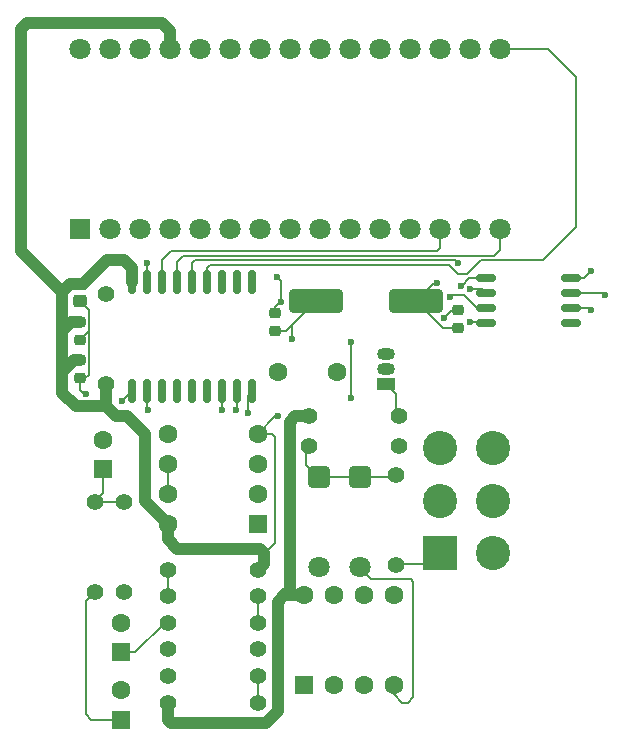
<source format=gbr>
%TF.GenerationSoftware,KiCad,Pcbnew,9.0.4*%
%TF.CreationDate,2025-11-23T23:56:54-07:00*%
%TF.ProjectId,New Tachometer,4e657720-5461-4636-986f-6d657465722e,rev?*%
%TF.SameCoordinates,Original*%
%TF.FileFunction,Copper,L1,Top*%
%TF.FilePolarity,Positive*%
%FSLAX46Y46*%
G04 Gerber Fmt 4.6, Leading zero omitted, Abs format (unit mm)*
G04 Created by KiCad (PCBNEW 9.0.4) date 2025-11-23 23:56:54*
%MOMM*%
%LPD*%
G01*
G04 APERTURE LIST*
G04 Aperture macros list*
%AMRoundRect*
0 Rectangle with rounded corners*
0 $1 Rounding radius*
0 $2 $3 $4 $5 $6 $7 $8 $9 X,Y pos of 4 corners*
0 Add a 4 corners polygon primitive as box body*
4,1,4,$2,$3,$4,$5,$6,$7,$8,$9,$2,$3,0*
0 Add four circle primitives for the rounded corners*
1,1,$1+$1,$2,$3*
1,1,$1+$1,$4,$5*
1,1,$1+$1,$6,$7*
1,1,$1+$1,$8,$9*
0 Add four rect primitives between the rounded corners*
20,1,$1+$1,$2,$3,$4,$5,0*
20,1,$1+$1,$4,$5,$6,$7,0*
20,1,$1+$1,$6,$7,$8,$9,0*
20,1,$1+$1,$8,$9,$2,$3,0*%
G04 Aperture macros list end*
%TA.AperFunction,ComponentPad*%
%ADD10C,1.400000*%
%TD*%
%TA.AperFunction,SMDPad,CuDef*%
%ADD11RoundRect,0.250000X-2.000000X-0.750000X2.000000X-0.750000X2.000000X0.750000X-2.000000X0.750000X0*%
%TD*%
%TA.AperFunction,SMDPad,CuDef*%
%ADD12RoundRect,0.150000X0.150000X-0.875000X0.150000X0.875000X-0.150000X0.875000X-0.150000X-0.875000X0*%
%TD*%
%TA.AperFunction,ComponentPad*%
%ADD13R,1.800000X1.800000*%
%TD*%
%TA.AperFunction,ComponentPad*%
%ADD14C,1.800000*%
%TD*%
%TA.AperFunction,ComponentPad*%
%ADD15RoundRect,0.250000X0.550000X-0.550000X0.550000X0.550000X-0.550000X0.550000X-0.550000X-0.550000X0*%
%TD*%
%TA.AperFunction,ComponentPad*%
%ADD16C,1.600000*%
%TD*%
%TA.AperFunction,ComponentPad*%
%ADD17RoundRect,0.250000X0.550000X0.550000X-0.550000X0.550000X-0.550000X-0.550000X0.550000X-0.550000X0*%
%TD*%
%TA.AperFunction,ComponentPad*%
%ADD18RoundRect,0.250000X-0.650000X0.650000X-0.650000X-0.650000X0.650000X-0.650000X0.650000X0.650000X0*%
%TD*%
%TA.AperFunction,SMDPad,CuDef*%
%ADD19RoundRect,0.225000X0.250000X-0.225000X0.250000X0.225000X-0.250000X0.225000X-0.250000X-0.225000X0*%
%TD*%
%TA.AperFunction,SMDPad,CuDef*%
%ADD20RoundRect,0.162500X-0.650000X-0.162500X0.650000X-0.162500X0.650000X0.162500X-0.650000X0.162500X0*%
%TD*%
%TA.AperFunction,ComponentPad*%
%ADD21R,2.895000X2.895000*%
%TD*%
%TA.AperFunction,ComponentPad*%
%ADD22C,2.895000*%
%TD*%
%TA.AperFunction,SMDPad,CuDef*%
%ADD23RoundRect,0.250000X-0.315000X0.295000X-0.315000X-0.295000X0.315000X-0.295000X0.315000X0.295000X0*%
%TD*%
%TA.AperFunction,ComponentPad*%
%ADD24R,1.500000X1.050000*%
%TD*%
%TA.AperFunction,ComponentPad*%
%ADD25O,1.500000X1.050000*%
%TD*%
%TA.AperFunction,ViaPad*%
%ADD26C,0.600000*%
%TD*%
%TA.AperFunction,Conductor*%
%ADD27C,0.200000*%
%TD*%
%TA.AperFunction,Conductor*%
%ADD28C,1.000000*%
%TD*%
G04 APERTURE END LIST*
D10*
%TO.P,R10,1*%
%TO.N,555 input*%
X113810000Y-124750000D03*
%TO.P,R10,2*%
%TO.N,GND*%
X106190000Y-124750000D03*
%TD*%
D11*
%TO.P,X1,1,1*%
%TO.N,Net-(U3-OSC1)*%
X118750000Y-95250000D03*
%TO.P,X1,2,2*%
%TO.N,Net-(U3-OSC2)*%
X127250000Y-95250000D03*
%TD*%
D10*
%TO.P,R2,1*%
%TO.N,Net-(D1-K)*%
X118130000Y-107500000D03*
%TO.P,R2,2*%
%TO.N,Net-(Q1-B)*%
X125750000Y-107500000D03*
%TD*%
%TO.P,R7,1*%
%TO.N,Net-(U1-DIS)*%
X106190000Y-122500000D03*
%TO.P,R7,2*%
%TO.N,Net-(R4-Pad1)*%
X113810000Y-122500000D03*
%TD*%
D12*
%TO.P,U3,1,TXCAN*%
%TO.N,Net-(U3-TXCAN)*%
X103170000Y-102900000D03*
%TO.P,U3,2,RXCAN*%
%TO.N,Net-(U3-RXCAN)*%
X104440000Y-102900000D03*
%TO.P,U3,3,CLKOUT/SOF*%
%TO.N,unconnected-(U3-CLKOUT{slash}SOF-Pad3)*%
X105710000Y-102900000D03*
%TO.P,U3,4,~{TX0RTS}*%
%TO.N,unconnected-(U3-~{TX0RTS}-Pad4)*%
X106980000Y-102900000D03*
%TO.P,U3,5,~{TX1RTS}*%
%TO.N,unconnected-(U3-~{TX1RTS}-Pad5)*%
X108250000Y-102900000D03*
%TO.P,U3,6,~{TX2RTS}*%
%TO.N,unconnected-(U3-~{TX2RTS}-Pad6)*%
X109520000Y-102900000D03*
%TO.P,U3,7,OSC2*%
%TO.N,Net-(U3-OSC2)*%
X110790000Y-102900000D03*
%TO.P,U3,8,OSC1*%
%TO.N,Net-(U3-OSC1)*%
X112060000Y-102900000D03*
%TO.P,U3,9,VSS*%
%TO.N,GND*%
X113330000Y-102900000D03*
%TO.P,U3,10,~{RX1BF}*%
%TO.N,unconnected-(U3-~{RX1BF}-Pad10)*%
X113330000Y-93600000D03*
%TO.P,U3,11,~{RX0BF}*%
%TO.N,unconnected-(U3-~{RX0BF}-Pad11)*%
X112060000Y-93600000D03*
%TO.P,U3,12,~{INT}*%
%TO.N,unconnected-(U3-~{INT}-Pad12)*%
X110790000Y-93600000D03*
%TO.P,U3,13,SCK*%
%TO.N,SCK*%
X109520000Y-93600000D03*
%TO.P,U3,14,SI*%
%TO.N,SI*%
X108250000Y-93600000D03*
%TO.P,U3,15,SO*%
%TO.N,SO*%
X106980000Y-93600000D03*
%TO.P,U3,16,~{CS}*%
%TO.N,CS*%
X105710000Y-93600000D03*
%TO.P,U3,17,~{RESET}*%
%TO.N,Net-(U3-~{RESET})*%
X104440000Y-93600000D03*
%TO.P,U3,18,VDD*%
%TO.N,+5V*%
X103170000Y-93600000D03*
%TD*%
D10*
%TO.P,R9,1*%
%TO.N,+5v*%
X106190000Y-129250000D03*
%TO.P,R9,2*%
%TO.N,Net-(U2-+)*%
X113810000Y-129250000D03*
%TD*%
D13*
%TO.P,UNIT_1,1,D1/TX*%
%TO.N,unconnected-(UNIT_1-D1{slash}TX-Pad1)*%
X98767500Y-89120000D03*
D14*
%TO.P,UNIT_1,2,D0/RX*%
%TO.N,unconnected-(UNIT_1-D0{slash}RX-Pad2)*%
X101307500Y-89120000D03*
%TO.P,UNIT_1,3,RESET*%
%TO.N,unconnected-(UNIT_1-RESET-Pad3)*%
X103847500Y-89120000D03*
%TO.P,UNIT_1,4,COM/GND*%
%TO.N,GND*%
X106387500Y-89120000D03*
%TO.P,UNIT_1,5,D2*%
%TO.N,unconnected-(UNIT_1-D2-Pad5)*%
X108927500Y-89120000D03*
%TO.P,UNIT_1,6,D3*%
%TO.N,unconnected-(UNIT_1-D3-Pad6)*%
X111467500Y-89120000D03*
%TO.P,UNIT_1,7,D4*%
%TO.N,unconnected-(UNIT_1-D4-Pad7)*%
X114007500Y-89120000D03*
%TO.P,UNIT_1,8,D5*%
%TO.N,unconnected-(UNIT_1-D5-Pad8)*%
X116547500Y-89120000D03*
%TO.P,UNIT_1,9,D6*%
%TO.N,unconnected-(UNIT_1-D6-Pad9)*%
X119087500Y-89120000D03*
%TO.P,UNIT_1,10,D7*%
%TO.N,unconnected-(UNIT_1-D7-Pad10)*%
X121627500Y-89120000D03*
%TO.P,UNIT_1,11,D8*%
%TO.N,unconnected-(UNIT_1-D8-Pad11)*%
X124167500Y-89120000D03*
%TO.P,UNIT_1,12,D9*%
%TO.N,INT*%
X126707500Y-89120000D03*
%TO.P,UNIT_1,13,D10*%
%TO.N,CS*%
X129247500Y-89120000D03*
%TO.P,UNIT_1,14,D11/MOSI*%
%TO.N,SI*%
X131787500Y-89120000D03*
%TO.P,UNIT_1,15,D12/MISO*%
%TO.N,SO*%
X134327500Y-89120000D03*
%TO.P,UNIT_1,16,D13/SCK*%
%TO.N,SCK*%
X134327500Y-73880000D03*
%TO.P,UNIT_1,17,3V3*%
%TO.N,+3V*%
X131787500Y-73880000D03*
%TO.P,UNIT_1,18,AREF*%
%TO.N,unconnected-(UNIT_1-AREF-Pad18)*%
X129247500Y-73880000D03*
%TO.P,UNIT_1,19,A0*%
%TO.N,arduino input*%
X126707500Y-73880000D03*
%TO.P,UNIT_1,20,A1*%
%TO.N,unconnected-(UNIT_1-A1-Pad20)*%
X124167500Y-73880000D03*
%TO.P,UNIT_1,21,A2*%
%TO.N,unconnected-(UNIT_1-A2-Pad21)*%
X121627500Y-73880000D03*
%TO.P,UNIT_1,22,A3*%
%TO.N,unconnected-(UNIT_1-A3-Pad22)*%
X119087500Y-73880000D03*
%TO.P,UNIT_1,23,A4*%
%TO.N,SDA*%
X116547500Y-73880000D03*
%TO.P,UNIT_1,24,A5*%
%TO.N,SCL*%
X114007500Y-73880000D03*
%TO.P,UNIT_1,25,A6*%
%TO.N,unconnected-(UNIT_1-A6-Pad25)*%
X111467500Y-73880000D03*
%TO.P,UNIT_1,26,A7*%
%TO.N,unconnected-(UNIT_1-A7-Pad26)*%
X108927500Y-73880000D03*
%TO.P,UNIT_1,27,+5V*%
%TO.N,+5V*%
X106387500Y-73880000D03*
%TO.P,UNIT_1,28,RESET*%
%TO.N,unconnected-(UNIT_1-RESET-Pad28)*%
X103847500Y-73880000D03*
%TO.P,UNIT_1,29,COM/GND*%
%TO.N,GND*%
X101307500Y-73880000D03*
%TO.P,UNIT_1,30,VIN*%
%TO.N,unconnected-(UNIT_1-VIN-Pad30)*%
X98767500Y-73880000D03*
%TD*%
D15*
%TO.P,C3,1*%
%TO.N,Net-(U1-DIS)*%
X102250000Y-125000000D03*
D16*
%TO.P,C3,2*%
%TO.N,GND*%
X102250000Y-122500000D03*
%TD*%
D17*
%TO.P,U1,1,GND*%
%TO.N,GND*%
X113805000Y-114120000D03*
D16*
%TO.P,U1,2,TR*%
%TO.N,555 input*%
X113805000Y-111580000D03*
%TO.P,U1,3,Q*%
%TO.N,555 output*%
X113805000Y-109040000D03*
%TO.P,U1,4,R*%
%TO.N,+5V*%
X113805000Y-106500000D03*
%TO.P,U1,5,CV*%
%TO.N,Net-(U1-CV)*%
X106185000Y-106500000D03*
%TO.P,U1,6,THR*%
%TO.N,Net-(U1-DIS)*%
X106185000Y-109040000D03*
%TO.P,U1,7,DIS*%
X106185000Y-111580000D03*
%TO.P,U1,8,VCC*%
%TO.N,+5V*%
X106185000Y-114120000D03*
%TD*%
D18*
%TO.P,D1,1,K*%
%TO.N,Net-(D1-K)*%
X119000000Y-110190000D03*
D14*
%TO.P,D1,2,A*%
%TO.N,GND*%
X119000000Y-117810000D03*
%TD*%
D10*
%TO.P,R11,1*%
%TO.N,Net-(C1-Pad1)*%
X100000000Y-112294887D03*
%TO.P,R11,2*%
%TO.N,arduino input*%
X100000000Y-119914887D03*
%TD*%
%TO.P,R8,1*%
%TO.N,GND*%
X106190000Y-127000000D03*
%TO.P,R8,2*%
%TO.N,Net-(U2-+)*%
X113810000Y-127000000D03*
%TD*%
D19*
%TO.P,C15,1,1*%
%TO.N,GND*%
X98750000Y-101800000D03*
%TO.P,C15,2,2*%
%TO.N,+5V*%
X98750000Y-100250000D03*
%TD*%
D18*
%TO.P,D2,1,K*%
%TO.N,Net-(D1-K)*%
X122500000Y-110190000D03*
D14*
%TO.P,D2,2,A*%
%TO.N,GND*%
X122500000Y-117810000D03*
%TD*%
D10*
%TO.P,R3,1*%
%TO.N,+5v*%
X118130000Y-105000000D03*
%TO.P,R3,2*%
%TO.N,Comparator input*%
X125750000Y-105000000D03*
%TD*%
D19*
%TO.P,C13,1,1*%
%TO.N,Net-(U3-OSC2)*%
X130750000Y-97525000D03*
%TO.P,C13,2,2*%
%TO.N,GND*%
X130750000Y-95975000D03*
%TD*%
D20*
%TO.P,U4,1,TXD*%
%TO.N,Net-(U3-TXCAN)*%
X133162500Y-93345000D03*
%TO.P,U4,2,GND*%
%TO.N,GND*%
X133162500Y-94615000D03*
%TO.P,U4,3,VCC*%
%TO.N,+5V*%
X133162500Y-95885000D03*
%TO.P,U4,4,RXD*%
%TO.N,Net-(U3-RXCAN)*%
X133162500Y-97155000D03*
%TO.P,U4,5,SPLIT*%
%TO.N,unconnected-(U4-SPLIT-Pad5)*%
X140337500Y-97155000D03*
%TO.P,U4,6,CANL*%
%TO.N,Low*%
X140337500Y-95885000D03*
%TO.P,U4,7,CANH*%
%TO.N,High*%
X140337500Y-94615000D03*
%TO.P,U4,8,STB*%
%TO.N,GND*%
X140337500Y-93345000D03*
%TD*%
D15*
%TO.P,U2,1,GND*%
%TO.N,GND*%
X117690000Y-127805000D03*
D16*
%TO.P,U2,2,+*%
%TO.N,Net-(U2-+)*%
X120230000Y-127805000D03*
%TO.P,U2,3,-*%
%TO.N,Comparator input*%
X122770000Y-127805000D03*
%TO.P,U2,4,V-*%
%TO.N,GND*%
X125310000Y-127805000D03*
%TO.P,U2,5,BAL*%
%TO.N,unconnected-(U2-BAL-Pad5)*%
X125310000Y-120185000D03*
%TO.P,U2,6,STRB*%
%TO.N,unconnected-(U2-STRB-Pad6)*%
X122770000Y-120185000D03*
%TO.P,U2,7*%
%TO.N,555 input*%
X120230000Y-120185000D03*
%TO.P,U2,8,V+*%
%TO.N,+5v*%
X117690000Y-120185000D03*
%TD*%
D21*
%TO.P,J1,1,1*%
%TO.N,Possitive*%
X129270000Y-116615000D03*
D22*
%TO.P,J1,2,2*%
%TO.N,GND*%
X129270000Y-112165000D03*
%TO.P,J1,3,3*%
%TO.N,Low*%
X129270000Y-107725000D03*
%TO.P,J1,4,4*%
%TO.N,High*%
X133720000Y-107725000D03*
%TO.P,J1,5,5*%
%TO.N,Low*%
X133720000Y-112165000D03*
%TO.P,J1,6,6*%
%TO.N,High*%
X133720000Y-116615000D03*
%TD*%
D19*
%TO.P,C14,1,1*%
%TO.N,Net-(U3-OSC1)*%
X115250000Y-97775000D03*
%TO.P,C14,2,2*%
%TO.N,GND*%
X115250000Y-96225000D03*
%TD*%
D10*
%TO.P,R1,1*%
%TO.N,Possitive*%
X125500000Y-117620000D03*
%TO.P,R1,2*%
%TO.N,Net-(D1-K)*%
X125500000Y-110000000D03*
%TD*%
%TO.P,R4,1*%
%TO.N,Net-(R4-Pad1)*%
X113810000Y-120250000D03*
%TO.P,R4,2*%
%TO.N,Net-(R4-Pad2)*%
X106190000Y-120250000D03*
%TD*%
%TO.P,R6,1*%
%TO.N,Net-(R4-Pad2)*%
X106190000Y-118000000D03*
%TO.P,R6,2*%
%TO.N,+5V*%
X113810000Y-118000000D03*
%TD*%
%TO.P,R13,1*%
%TO.N,+5V*%
X101000000Y-102310000D03*
%TO.P,R13,2*%
%TO.N,Net-(U3-~{RESET})*%
X101000000Y-94690000D03*
%TD*%
D23*
%TO.P,C11,1,1*%
%TO.N,+5V*%
X98750000Y-93810000D03*
%TO.P,C11,2,2*%
%TO.N,GND*%
X98750000Y-95240000D03*
%TD*%
D19*
%TO.P,C12,1,1*%
%TO.N,GND*%
X98750000Y-98550000D03*
%TO.P,C12,2,2*%
%TO.N,+5V*%
X98750000Y-97000000D03*
%TD*%
D10*
%TO.P,R5,1*%
%TO.N,555 output*%
X102500000Y-119854887D03*
%TO.P,R5,2*%
%TO.N,Net-(C1-Pad1)*%
X102500000Y-112234887D03*
%TD*%
D15*
%TO.P,C2,1*%
%TO.N,arduino input*%
X102250000Y-130705113D03*
D16*
%TO.P,C2,2*%
%TO.N,GND*%
X102250000Y-128205113D03*
%TD*%
%TO.P,C4,1*%
%TO.N,Net-(U1-CV)*%
X115500000Y-101250000D03*
%TO.P,C4,2*%
%TO.N,GND*%
X120500000Y-101250000D03*
%TD*%
D15*
%TO.P,C1,1*%
%TO.N,Net-(C1-Pad1)*%
X100750000Y-109500000D03*
D16*
%TO.P,C1,2*%
%TO.N,GND*%
X100750000Y-107000000D03*
%TD*%
D24*
%TO.P,Q1,1,C*%
%TO.N,Comparator input*%
X124700000Y-102290000D03*
D25*
%TO.P,Q1,2,B*%
%TO.N,Net-(Q1-B)*%
X124700000Y-101020000D03*
%TO.P,Q1,3,E*%
%TO.N,GND*%
X124700000Y-99750000D03*
%TD*%
D26*
%TO.N,+5V*%
X121750000Y-98750000D03*
%TO.N,GND*%
X142000000Y-92750000D03*
X131770838Y-94214040D03*
X112950735Y-104700735D03*
%TO.N,Low*%
X142000000Y-96000000D03*
%TO.N,Net-(U3-RXCAN)*%
X104500000Y-104500000D03*
%TO.N,Net-(U3-OSC2)*%
X129000000Y-93750000D03*
%TO.N,Net-(U3-RXCAN)*%
X131750000Y-97000000D03*
%TO.N,Net-(U3-TXCAN)*%
X102320000Y-103750000D03*
%TO.N,GND*%
X99250000Y-103165628D03*
%TO.N,High*%
X143250000Y-94750000D03*
%TO.N,+5V*%
X115500000Y-105000000D03*
X121750000Y-103500000D03*
%TO.N,Net-(U3-~{RESET})*%
X104440000Y-92060000D03*
%TO.N,GND*%
X129549265Y-96700735D03*
X115799265Y-95299265D03*
%TO.N,Net-(U3-OSC1)*%
X116750000Y-98500000D03*
X112000000Y-104500000D03*
%TO.N,Net-(U3-OSC2)*%
X110750000Y-104500000D03*
%TO.N,GND*%
X115450735Y-93200735D03*
%TO.N,SI*%
X130750000Y-92001000D03*
%TO.N,Net-(U3-TXCAN)*%
X131000000Y-94000000D03*
%TO.N,+5V*%
X130125707Y-94874293D03*
%TD*%
D27*
%TO.N,+5V*%
X115000000Y-106500000D02*
X113805000Y-106500000D01*
X115250000Y-106750000D02*
X115000000Y-106500000D01*
X115250000Y-115750000D02*
X115250000Y-106750000D01*
X114750000Y-116250000D02*
X115250000Y-115750000D01*
X113500000Y-116250000D02*
X114750000Y-116250000D01*
D28*
X106185000Y-115435000D02*
X106185000Y-114120000D01*
X107000000Y-116250000D02*
X106185000Y-115435000D01*
X113500000Y-116250000D02*
X107000000Y-116250000D01*
X114306000Y-117504000D02*
X113810000Y-118000000D01*
X114306000Y-116556000D02*
X114306000Y-117504000D01*
X113000000Y-116250000D02*
X114000000Y-116250000D01*
X113500000Y-116250000D02*
X113000000Y-116250000D01*
X114000000Y-116250000D02*
X114306000Y-116556000D01*
D27*
%TO.N,GND*%
X99165628Y-103165628D02*
X99250000Y-103165628D01*
X141405000Y-93345000D02*
X142000000Y-92750000D01*
X115250000Y-96225000D02*
X115250000Y-95750000D01*
%TO.N,+5V*%
X115305000Y-105000000D02*
X113805000Y-106500000D01*
%TO.N,Net-(U3-TXCAN)*%
X131000000Y-94000000D02*
X131067100Y-94000000D01*
%TO.N,Net-(U3-RXCAN)*%
X133007500Y-97000000D02*
X133162500Y-97155000D01*
X131750000Y-97000000D02*
X133007500Y-97000000D01*
%TO.N,Net-(U3-OSC1)*%
X116750000Y-97250000D02*
X116875000Y-97125000D01*
%TO.N,Net-(U3-~{RESET})*%
X104440000Y-93600000D02*
X104440000Y-92060000D01*
%TO.N,Net-(U3-OSC1)*%
X116225000Y-97775000D02*
X116875000Y-97125000D01*
%TO.N,Net-(U3-TXCAN)*%
X103170000Y-102900000D02*
X102320000Y-103750000D01*
X131067100Y-94000000D02*
X131722100Y-93345000D01*
D28*
%TO.N,+5V*%
X101000000Y-104165628D02*
X101834372Y-105000000D01*
X104250000Y-112185000D02*
X106185000Y-114120000D01*
X98250000Y-100250000D02*
X98750000Y-100250000D01*
X106387500Y-73880000D02*
X106387500Y-72387500D01*
X101035000Y-91750000D02*
X99000000Y-93785000D01*
X103170000Y-93600000D02*
X103170000Y-92420000D01*
X97250000Y-97750000D02*
X97250000Y-94500000D01*
X97250000Y-97750000D02*
X98000000Y-97000000D01*
D27*
%TO.N,Net-(U3-OSC2)*%
X129525000Y-97525000D02*
X130750000Y-97525000D01*
D28*
%TO.N,+5V*%
X93750000Y-72250000D02*
X93750000Y-91000000D01*
X106387500Y-72387500D02*
X105750000Y-71750000D01*
X103170000Y-92420000D02*
X102500000Y-91750000D01*
D27*
%TO.N,SI*%
X108250000Y-93600000D02*
X108250000Y-92052000D01*
%TO.N,SO*%
X133849000Y-91401000D02*
X134327500Y-90922500D01*
D28*
%TO.N,+5V*%
X101834372Y-105000000D02*
X102750000Y-105000000D01*
D27*
%TO.N,Net-(U3-~{RESET})*%
X104500000Y-92000000D02*
X104440000Y-92060000D01*
%TO.N,SI*%
X108500000Y-91802000D02*
X130000000Y-91802000D01*
%TO.N,SO*%
X107500000Y-91401000D02*
X133849000Y-91401000D01*
%TO.N,Net-(U3-OSC2)*%
X127250000Y-95250000D02*
X129525000Y-97525000D01*
%TO.N,SCK*%
X137948000Y-91802000D02*
X140750000Y-89000000D01*
X109520000Y-93600000D02*
X109520000Y-92433000D01*
%TO.N,Net-(U3-OSC1)*%
X116750000Y-98500000D02*
X116750000Y-97250000D01*
%TO.N,SI*%
X130551000Y-91802000D02*
X130750000Y-92001000D01*
%TO.N,High*%
X140337500Y-94615000D02*
X143115000Y-94615000D01*
%TO.N,SCK*%
X109520000Y-92433000D02*
X109750000Y-92203000D01*
X109750000Y-92203000D02*
X130000000Y-92203000D01*
%TO.N,GND*%
X131770838Y-94214040D02*
X132761540Y-94214040D01*
%TO.N,CS*%
X106500000Y-91000000D02*
X129000000Y-91000000D01*
%TO.N,SCK*%
X140750000Y-89000000D02*
X140750000Y-76250000D01*
X131500000Y-93000000D02*
X132698000Y-91802000D01*
X130797000Y-93000000D02*
X131500000Y-93000000D01*
X138380000Y-73880000D02*
X134327500Y-73880000D01*
X140750000Y-76250000D02*
X138380000Y-73880000D01*
D28*
%TO.N,+5V*%
X97940000Y-93810000D02*
X98750000Y-93810000D01*
D27*
%TO.N,Net-(U3-OSC1)*%
X116875000Y-97125000D02*
X118750000Y-95250000D01*
D28*
%TO.N,+5v*%
X106190000Y-129250000D02*
X106190000Y-130690000D01*
X117000000Y-105000000D02*
X116506999Y-105493001D01*
%TO.N,+5V*%
X97250000Y-101250000D02*
X97250000Y-97750000D01*
X101000000Y-102310000D02*
X101000000Y-104165628D01*
%TO.N,+5v*%
X106190000Y-130690000D02*
X106500000Y-131000000D01*
X115500000Y-130000000D02*
X115500000Y-120750000D01*
X116506999Y-119743001D02*
X116065000Y-120185000D01*
X116065000Y-120185000D02*
X117690000Y-120185000D01*
D27*
%TO.N,Net-(R4-Pad2)*%
X106190000Y-120250000D02*
X106190000Y-117750000D01*
%TO.N,SO*%
X106980000Y-93600000D02*
X106980000Y-91921000D01*
D28*
%TO.N,+5V*%
X104250000Y-106500000D02*
X104250000Y-112185000D01*
D27*
%TO.N,Comparator input*%
X125560000Y-105000000D02*
X125560000Y-103150000D01*
%TO.N,Net-(R4-Pad1)*%
X113810000Y-120250000D02*
X113810000Y-122500000D01*
%TO.N,Comparator input*%
X125560000Y-103150000D02*
X124700000Y-102290000D01*
%TO.N,Possitive*%
X129270000Y-116615000D02*
X129270000Y-116115000D01*
%TO.N,Net-(U1-DIS)*%
X106190000Y-122500000D02*
X105940000Y-122500000D01*
%TO.N,GND*%
X99000000Y-103000000D02*
X99165628Y-103165628D01*
%TO.N,Net-(D1-K)*%
X122500000Y-110190000D02*
X125310000Y-110190000D01*
%TO.N,GND*%
X98750000Y-101800000D02*
X98750000Y-102750000D01*
%TO.N,Net-(D1-K)*%
X117940000Y-107500000D02*
X117940000Y-109130000D01*
X119000000Y-110190000D02*
X122500000Y-110190000D01*
%TO.N,Net-(C1-Pad1)*%
X100000000Y-112294887D02*
X102440000Y-112294887D01*
%TO.N,Net-(U1-DIS)*%
X106185000Y-109480000D02*
X106185000Y-111580000D01*
%TO.N,CS*%
X105710000Y-93600000D02*
X105710000Y-91790000D01*
%TO.N,arduino input*%
X99250000Y-130250000D02*
X99250000Y-120664887D01*
%TO.N,Net-(C1-Pad1)*%
X100750000Y-111544887D02*
X100000000Y-112294887D01*
X100750000Y-109500000D02*
X100750000Y-111544887D01*
%TO.N,Net-(U1-DIS)*%
X105940000Y-122500000D02*
X103440000Y-125000000D01*
%TO.N,GND*%
X98750000Y-102750000D02*
X99000000Y-103000000D01*
%TO.N,arduino input*%
X102250000Y-130705113D02*
X99705113Y-130705113D01*
%TO.N,Net-(U3-TXCAN)*%
X131722100Y-93345000D02*
X133162500Y-93345000D01*
D28*
%TO.N,+5V*%
X98000000Y-97000000D02*
X98750000Y-97000000D01*
D27*
%TO.N,Net-(U3-TXCAN)*%
X102250000Y-103750000D02*
X102320000Y-103750000D01*
%TO.N,GND*%
X130750000Y-95975000D02*
X130275000Y-95975000D01*
D28*
%TO.N,+5v*%
X106500000Y-131000000D02*
X114500000Y-131000000D01*
D27*
%TO.N,GND*%
X130275000Y-95975000D02*
X129500000Y-96750000D01*
X132761540Y-94214040D02*
X133162500Y-94615000D01*
X98750000Y-101800000D02*
X99225000Y-101800000D01*
X99551000Y-96041000D02*
X99551000Y-97749000D01*
%TO.N,Net-(D1-K)*%
X125500000Y-110000000D02*
X125500000Y-109940000D01*
%TO.N,GND*%
X99551000Y-97749000D02*
X98750000Y-98550000D01*
X98750000Y-95240000D02*
X99551000Y-96041000D01*
%TO.N,arduino input*%
X99705113Y-130705113D02*
X99250000Y-130250000D01*
%TO.N,GND*%
X127000000Y-119000000D02*
X127000000Y-128750000D01*
X125310000Y-128560000D02*
X125310000Y-127805000D01*
D28*
%TO.N,+5v*%
X116507000Y-106999999D02*
X116506999Y-119743001D01*
D27*
%TO.N,GND*%
X126500000Y-129250000D02*
X126000000Y-129250000D01*
X122500000Y-117810000D02*
X123440000Y-118750000D01*
X123440000Y-118750000D02*
X126750000Y-118750000D01*
%TO.N,Net-(U2-+)*%
X113810000Y-127000000D02*
X113810000Y-129250000D01*
%TO.N,GND*%
X126750000Y-118750000D02*
X127000000Y-119000000D01*
X127000000Y-128750000D02*
X126500000Y-129250000D01*
%TO.N,Possitive*%
X128325000Y-117560000D02*
X129270000Y-116615000D01*
D28*
%TO.N,+5v*%
X116506999Y-105493001D02*
X116507000Y-106999999D01*
D27*
%TO.N,arduino input*%
X99250000Y-120664887D02*
X100000000Y-119914887D01*
%TO.N,SCK*%
X130000000Y-92203000D02*
X130797000Y-93000000D01*
D28*
%TO.N,+5v*%
X118130000Y-105000000D02*
X117000000Y-105000000D01*
D27*
%TO.N,High*%
X143115000Y-94615000D02*
X143250000Y-94750000D01*
%TO.N,SO*%
X134327500Y-90922500D02*
X134327500Y-89120000D01*
D28*
%TO.N,+5V*%
X105750000Y-71750000D02*
X94250000Y-71750000D01*
X102750000Y-105000000D02*
X104250000Y-106500000D01*
D27*
%TO.N,Net-(U3-RXCAN)*%
X104440000Y-102900000D02*
X104440000Y-104440000D01*
%TO.N,CS*%
X105710000Y-91790000D02*
X106500000Y-91000000D01*
%TO.N,SO*%
X106980000Y-91921000D02*
X107500000Y-91401000D01*
%TO.N,Net-(U3-OSC2)*%
X129000000Y-93750000D02*
X128750000Y-93750000D01*
%TO.N,+5V*%
X121750000Y-98750000D02*
X121750000Y-103500000D01*
%TO.N,GND*%
X115750000Y-95250000D02*
X115799265Y-95299265D01*
%TO.N,+5V*%
X131250000Y-94750000D02*
X130250000Y-94750000D01*
%TO.N,GND*%
X99225000Y-101800000D02*
X99551000Y-101474000D01*
%TO.N,Net-(U3-OSC2)*%
X128750000Y-93750000D02*
X127250000Y-95250000D01*
%TO.N,+5V*%
X133162500Y-95885000D02*
X132385000Y-95885000D01*
D28*
X98415628Y-104165628D02*
X97250000Y-103000000D01*
D27*
X115500000Y-105000000D02*
X115305000Y-105000000D01*
%TO.N,GND*%
X140337500Y-93345000D02*
X141405000Y-93345000D01*
%TO.N,+5V*%
X130250000Y-94750000D02*
X130125707Y-94874293D01*
%TO.N,SI*%
X108250000Y-92052000D02*
X108500000Y-91802000D01*
%TO.N,GND*%
X112950735Y-104700735D02*
X112950735Y-103279265D01*
%TO.N,+5V*%
X121750000Y-103500000D02*
X121750000Y-101750000D01*
%TO.N,GND*%
X112950735Y-103279265D02*
X113330000Y-102900000D01*
X99551000Y-101474000D02*
X99551000Y-97749000D01*
D28*
%TO.N,+5v*%
X115500000Y-120750000D02*
X116065000Y-120185000D01*
D27*
%TO.N,Net-(D1-K)*%
X125310000Y-110190000D02*
X125500000Y-110000000D01*
%TO.N,Net-(U1-DIS)*%
X103440000Y-125000000D02*
X102250000Y-125000000D01*
%TO.N,CS*%
X129247500Y-90752500D02*
X129247500Y-89120000D01*
%TO.N,Low*%
X141885000Y-95885000D02*
X142000000Y-96000000D01*
%TO.N,+5V*%
X132385000Y-95885000D02*
X131250000Y-94750000D01*
D28*
X102500000Y-91750000D02*
X101035000Y-91750000D01*
D27*
%TO.N,Comparator input*%
X124700000Y-102290000D02*
X124700000Y-101950000D01*
%TO.N,CS*%
X129000000Y-91000000D02*
X129247500Y-90752500D01*
%TO.N,GND*%
X126000000Y-129250000D02*
X125310000Y-128560000D01*
%TO.N,Possitive*%
X125500000Y-117560000D02*
X128325000Y-117560000D01*
D28*
%TO.N,+5V*%
X97250000Y-94500000D02*
X97940000Y-93810000D01*
D27*
%TO.N,SI*%
X130000000Y-91802000D02*
X130551000Y-91802000D01*
D28*
%TO.N,+5V*%
X101000000Y-104165628D02*
X98415628Y-104165628D01*
D27*
%TO.N,Net-(U3-OSC2)*%
X110790000Y-102900000D02*
X110790000Y-104460000D01*
%TO.N,SCK*%
X132698000Y-91802000D02*
X137948000Y-91802000D01*
%TO.N,Net-(U3-OSC1)*%
X112060000Y-104440000D02*
X112000000Y-104500000D01*
%TO.N,GND*%
X130275000Y-95975000D02*
X129549265Y-96700735D01*
%TO.N,Net-(D1-K)*%
X117940000Y-109130000D02*
X119000000Y-110190000D01*
%TO.N,Low*%
X140337500Y-95885000D02*
X141885000Y-95885000D01*
%TO.N,Net-(U3-OSC1)*%
X112060000Y-102900000D02*
X112060000Y-104440000D01*
%TO.N,Net-(C1-Pad1)*%
X102440000Y-112294887D02*
X102500000Y-112234887D01*
%TO.N,GND*%
X115450735Y-93200735D02*
X115799265Y-93549265D01*
X115799265Y-93549265D02*
X115799265Y-95299265D01*
D28*
%TO.N,+5V*%
X94250000Y-71750000D02*
X93750000Y-72250000D01*
D27*
%TO.N,Net-(U3-OSC1)*%
X115250000Y-97775000D02*
X116225000Y-97775000D01*
%TO.N,Net-(U3-OSC2)*%
X110790000Y-104460000D02*
X110750000Y-104500000D01*
%TO.N,GND*%
X115250000Y-95750000D02*
X115750000Y-95250000D01*
D28*
%TO.N,+5V*%
X97250000Y-103000000D02*
X97250000Y-101250000D01*
%TO.N,+5v*%
X114500000Y-131000000D02*
X115500000Y-130000000D01*
%TO.N,+5V*%
X93750000Y-91000000D02*
X97250000Y-94500000D01*
X97250000Y-101250000D02*
X98250000Y-100250000D01*
%TD*%
M02*

</source>
